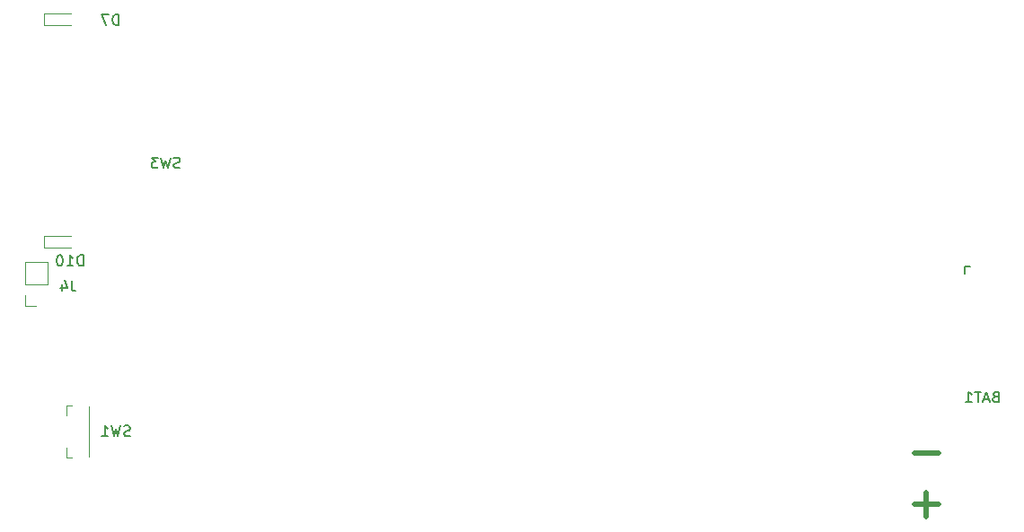
<source format=gbr>
G04 #@! TF.FileFunction,Legend,Bot*
%FSLAX46Y46*%
G04 Gerber Fmt 4.6, Leading zero omitted, Abs format (unit mm)*
G04 Created by KiCad (PCBNEW 4.0.7) date Sun Apr  1 16:24:37 2018*
%MOMM*%
%LPD*%
G01*
G04 APERTURE LIST*
%ADD10C,0.100000*%
%ADD11C,0.500000*%
%ADD12C,0.120000*%
%ADD13C,0.150000*%
G04 APERTURE END LIST*
D10*
D11*
X258657143Y-89714286D02*
X260942857Y-89714286D01*
X259785714Y-93457143D02*
X259785714Y-95742857D01*
X258642857Y-94600000D02*
X260928571Y-94600000D01*
D12*
X174840000Y-71740000D02*
X176960000Y-71740000D01*
X174840000Y-73800000D02*
X174840000Y-71740000D01*
X176960000Y-73800000D02*
X176960000Y-71740000D01*
X174840000Y-73800000D02*
X176960000Y-73800000D01*
X174840000Y-74800000D02*
X174840000Y-75860000D01*
X174840000Y-75860000D02*
X175900000Y-75860000D01*
X178725000Y-90150000D02*
X178725000Y-89225000D01*
X180850000Y-90050000D02*
X180850000Y-85350000D01*
X179275000Y-85250000D02*
X178725000Y-85250000D01*
X179275000Y-90150000D02*
X178725000Y-90150000D01*
X178725000Y-86175000D02*
X178725000Y-85250000D01*
D13*
X263400000Y-72800000D02*
X263400000Y-72100000D01*
X263400000Y-72100000D02*
X263900000Y-72100000D01*
D12*
X176600000Y-49350000D02*
X176600000Y-48250000D01*
X176600000Y-48250000D02*
X179200000Y-48250000D01*
X176600000Y-49350000D02*
X179200000Y-49350000D01*
X176600000Y-70350000D02*
X176600000Y-69250000D01*
X176600000Y-69250000D02*
X179200000Y-69250000D01*
X176600000Y-70350000D02*
X179200000Y-70350000D01*
D13*
X266314285Y-84428571D02*
X266171428Y-84476190D01*
X266123809Y-84523810D01*
X266076190Y-84619048D01*
X266076190Y-84761905D01*
X266123809Y-84857143D01*
X266171428Y-84904762D01*
X266266666Y-84952381D01*
X266647619Y-84952381D01*
X266647619Y-83952381D01*
X266314285Y-83952381D01*
X266219047Y-84000000D01*
X266171428Y-84047619D01*
X266123809Y-84142857D01*
X266123809Y-84238095D01*
X266171428Y-84333333D01*
X266219047Y-84380952D01*
X266314285Y-84428571D01*
X266647619Y-84428571D01*
X265695238Y-84666667D02*
X265219047Y-84666667D01*
X265790476Y-84952381D02*
X265457143Y-83952381D01*
X265123809Y-84952381D01*
X264933333Y-83952381D02*
X264361904Y-83952381D01*
X264647619Y-84952381D02*
X264647619Y-83952381D01*
X263504761Y-84952381D02*
X264076190Y-84952381D01*
X263790476Y-84952381D02*
X263790476Y-83952381D01*
X263885714Y-84095238D01*
X263980952Y-84190476D01*
X264076190Y-84238095D01*
X179233333Y-73452381D02*
X179233333Y-74166667D01*
X179280953Y-74309524D01*
X179376191Y-74404762D01*
X179519048Y-74452381D01*
X179614286Y-74452381D01*
X178328571Y-73785714D02*
X178328571Y-74452381D01*
X178566667Y-73404762D02*
X178804762Y-74119048D01*
X178185714Y-74119048D01*
X184733333Y-88104762D02*
X184590476Y-88152381D01*
X184352380Y-88152381D01*
X184257142Y-88104762D01*
X184209523Y-88057143D01*
X184161904Y-87961905D01*
X184161904Y-87866667D01*
X184209523Y-87771429D01*
X184257142Y-87723810D01*
X184352380Y-87676190D01*
X184542857Y-87628571D01*
X184638095Y-87580952D01*
X184685714Y-87533333D01*
X184733333Y-87438095D01*
X184733333Y-87342857D01*
X184685714Y-87247619D01*
X184638095Y-87200000D01*
X184542857Y-87152381D01*
X184304761Y-87152381D01*
X184161904Y-87200000D01*
X183828571Y-87152381D02*
X183590476Y-88152381D01*
X183399999Y-87438095D01*
X183209523Y-88152381D01*
X182971428Y-87152381D01*
X182066666Y-88152381D02*
X182638095Y-88152381D01*
X182352381Y-88152381D02*
X182352381Y-87152381D01*
X182447619Y-87295238D01*
X182542857Y-87390476D01*
X182638095Y-87438095D01*
X183638095Y-49352381D02*
X183638095Y-48352381D01*
X183400000Y-48352381D01*
X183257142Y-48400000D01*
X183161904Y-48495238D01*
X183114285Y-48590476D01*
X183066666Y-48780952D01*
X183066666Y-48923810D01*
X183114285Y-49114286D01*
X183161904Y-49209524D01*
X183257142Y-49304762D01*
X183400000Y-49352381D01*
X183638095Y-49352381D01*
X182733333Y-48352381D02*
X182066666Y-48352381D01*
X182495238Y-49352381D01*
X180314286Y-72052381D02*
X180314286Y-71052381D01*
X180076191Y-71052381D01*
X179933333Y-71100000D01*
X179838095Y-71195238D01*
X179790476Y-71290476D01*
X179742857Y-71480952D01*
X179742857Y-71623810D01*
X179790476Y-71814286D01*
X179838095Y-71909524D01*
X179933333Y-72004762D01*
X180076191Y-72052381D01*
X180314286Y-72052381D01*
X178790476Y-72052381D02*
X179361905Y-72052381D01*
X179076191Y-72052381D02*
X179076191Y-71052381D01*
X179171429Y-71195238D01*
X179266667Y-71290476D01*
X179361905Y-71338095D01*
X178171429Y-71052381D02*
X178076190Y-71052381D01*
X177980952Y-71100000D01*
X177933333Y-71147619D01*
X177885714Y-71242857D01*
X177838095Y-71433333D01*
X177838095Y-71671429D01*
X177885714Y-71861905D01*
X177933333Y-71957143D01*
X177980952Y-72004762D01*
X178076190Y-72052381D01*
X178171429Y-72052381D01*
X178266667Y-72004762D01*
X178314286Y-71957143D01*
X178361905Y-71861905D01*
X178409524Y-71671429D01*
X178409524Y-71433333D01*
X178361905Y-71242857D01*
X178314286Y-71147619D01*
X178266667Y-71100000D01*
X178171429Y-71052381D01*
X189433333Y-62804762D02*
X189290476Y-62852381D01*
X189052380Y-62852381D01*
X188957142Y-62804762D01*
X188909523Y-62757143D01*
X188861904Y-62661905D01*
X188861904Y-62566667D01*
X188909523Y-62471429D01*
X188957142Y-62423810D01*
X189052380Y-62376190D01*
X189242857Y-62328571D01*
X189338095Y-62280952D01*
X189385714Y-62233333D01*
X189433333Y-62138095D01*
X189433333Y-62042857D01*
X189385714Y-61947619D01*
X189338095Y-61900000D01*
X189242857Y-61852381D01*
X189004761Y-61852381D01*
X188861904Y-61900000D01*
X188528571Y-61852381D02*
X188290476Y-62852381D01*
X188099999Y-62138095D01*
X187909523Y-62852381D01*
X187671428Y-61852381D01*
X187385714Y-61852381D02*
X186766666Y-61852381D01*
X187100000Y-62233333D01*
X186957142Y-62233333D01*
X186861904Y-62280952D01*
X186814285Y-62328571D01*
X186766666Y-62423810D01*
X186766666Y-62661905D01*
X186814285Y-62757143D01*
X186861904Y-62804762D01*
X186957142Y-62852381D01*
X187242857Y-62852381D01*
X187338095Y-62804762D01*
X187385714Y-62757143D01*
M02*

</source>
